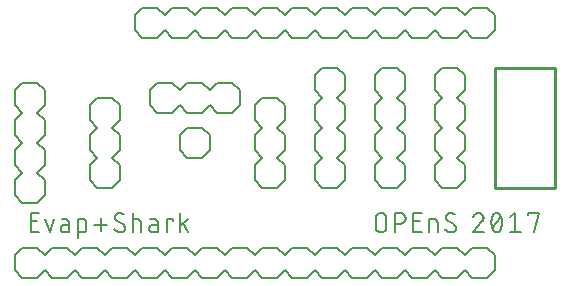
<source format=gto>
G75*
%MOIN*%
%OFA0B0*%
%FSLAX25Y25*%
%IPPOS*%
%LPD*%
%AMOC8*
5,1,8,0,0,1.08239X$1,22.5*
%
%ADD10C,0.00600*%
%ADD11C,0.00800*%
%ADD12C,0.01000*%
D10*
X0423633Y0025700D02*
X0423633Y0032100D01*
X0426478Y0032100D01*
X0428490Y0029967D02*
X0429912Y0025700D01*
X0431335Y0029967D01*
X0433945Y0029967D02*
X0435367Y0029967D01*
X0435431Y0029965D01*
X0435496Y0029959D01*
X0435559Y0029950D01*
X0435622Y0029936D01*
X0435684Y0029919D01*
X0435745Y0029898D01*
X0435805Y0029873D01*
X0435863Y0029845D01*
X0435919Y0029813D01*
X0435973Y0029778D01*
X0436025Y0029740D01*
X0436075Y0029699D01*
X0436121Y0029654D01*
X0436166Y0029608D01*
X0436207Y0029558D01*
X0436245Y0029506D01*
X0436280Y0029452D01*
X0436312Y0029396D01*
X0436340Y0029338D01*
X0436365Y0029278D01*
X0436386Y0029217D01*
X0436403Y0029155D01*
X0436417Y0029092D01*
X0436426Y0029029D01*
X0436432Y0028964D01*
X0436434Y0028900D01*
X0436434Y0025700D01*
X0434834Y0025700D01*
X0434764Y0025702D01*
X0434695Y0025708D01*
X0434626Y0025718D01*
X0434557Y0025731D01*
X0434490Y0025749D01*
X0434423Y0025770D01*
X0434358Y0025795D01*
X0434294Y0025823D01*
X0434232Y0025855D01*
X0434172Y0025891D01*
X0434114Y0025929D01*
X0434058Y0025971D01*
X0434005Y0026016D01*
X0433954Y0026064D01*
X0433906Y0026115D01*
X0433861Y0026168D01*
X0433819Y0026224D01*
X0433781Y0026282D01*
X0433745Y0026342D01*
X0433713Y0026404D01*
X0433685Y0026468D01*
X0433660Y0026533D01*
X0433639Y0026600D01*
X0433621Y0026667D01*
X0433608Y0026736D01*
X0433598Y0026805D01*
X0433592Y0026874D01*
X0433590Y0026944D01*
X0433592Y0027014D01*
X0433598Y0027083D01*
X0433608Y0027152D01*
X0433621Y0027221D01*
X0433639Y0027288D01*
X0433660Y0027355D01*
X0433685Y0027420D01*
X0433713Y0027484D01*
X0433745Y0027546D01*
X0433781Y0027606D01*
X0433819Y0027664D01*
X0433861Y0027720D01*
X0433906Y0027773D01*
X0433954Y0027824D01*
X0434005Y0027872D01*
X0434058Y0027917D01*
X0434114Y0027959D01*
X0434172Y0027997D01*
X0434232Y0028033D01*
X0434294Y0028065D01*
X0434358Y0028093D01*
X0434423Y0028118D01*
X0434490Y0028139D01*
X0434557Y0028157D01*
X0434626Y0028170D01*
X0434695Y0028180D01*
X0434764Y0028186D01*
X0434834Y0028188D01*
X0434834Y0028189D02*
X0436434Y0028189D01*
X0441169Y0029967D02*
X0441233Y0029965D01*
X0441298Y0029959D01*
X0441361Y0029950D01*
X0441424Y0029936D01*
X0441486Y0029919D01*
X0441547Y0029898D01*
X0441607Y0029873D01*
X0441665Y0029845D01*
X0441721Y0029813D01*
X0441775Y0029778D01*
X0441827Y0029740D01*
X0441877Y0029699D01*
X0441923Y0029654D01*
X0441968Y0029608D01*
X0442009Y0029558D01*
X0442047Y0029506D01*
X0442082Y0029452D01*
X0442114Y0029396D01*
X0442142Y0029338D01*
X0442167Y0029278D01*
X0442188Y0029217D01*
X0442205Y0029155D01*
X0442219Y0029092D01*
X0442228Y0029029D01*
X0442234Y0028964D01*
X0442236Y0028900D01*
X0442235Y0028900D02*
X0442235Y0026767D01*
X0442236Y0026767D02*
X0442234Y0026703D01*
X0442228Y0026638D01*
X0442219Y0026575D01*
X0442205Y0026512D01*
X0442188Y0026450D01*
X0442167Y0026389D01*
X0442142Y0026329D01*
X0442114Y0026271D01*
X0442082Y0026215D01*
X0442047Y0026161D01*
X0442009Y0026109D01*
X0441968Y0026059D01*
X0441923Y0026013D01*
X0441877Y0025968D01*
X0441827Y0025927D01*
X0441775Y0025889D01*
X0441721Y0025854D01*
X0441665Y0025822D01*
X0441607Y0025794D01*
X0441547Y0025769D01*
X0441486Y0025748D01*
X0441424Y0025731D01*
X0441361Y0025717D01*
X0441298Y0025708D01*
X0441233Y0025702D01*
X0441169Y0025700D01*
X0439391Y0025700D01*
X0446938Y0026056D02*
X0446938Y0030322D01*
X0452409Y0029433D02*
X0454364Y0028367D01*
X0453653Y0025700D02*
X0453545Y0025702D01*
X0453438Y0025708D01*
X0453330Y0025717D01*
X0453223Y0025731D01*
X0453117Y0025748D01*
X0453011Y0025769D01*
X0452906Y0025794D01*
X0452802Y0025823D01*
X0452699Y0025855D01*
X0452598Y0025891D01*
X0452498Y0025931D01*
X0452399Y0025974D01*
X0452302Y0026021D01*
X0452206Y0026071D01*
X0452113Y0026125D01*
X0452021Y0026182D01*
X0451932Y0026242D01*
X0451845Y0026305D01*
X0451760Y0026372D01*
X0451677Y0026441D01*
X0451597Y0026514D01*
X0451520Y0026589D01*
X0454364Y0028366D02*
X0454428Y0028326D01*
X0454489Y0028283D01*
X0454548Y0028237D01*
X0454605Y0028188D01*
X0454659Y0028136D01*
X0454710Y0028082D01*
X0454758Y0028024D01*
X0454804Y0027965D01*
X0454846Y0027903D01*
X0454885Y0027838D01*
X0454920Y0027772D01*
X0454952Y0027705D01*
X0454981Y0027635D01*
X0455006Y0027565D01*
X0455027Y0027493D01*
X0455044Y0027420D01*
X0455058Y0027346D01*
X0455067Y0027272D01*
X0455073Y0027197D01*
X0455075Y0027122D01*
X0455073Y0027048D01*
X0455067Y0026973D01*
X0455057Y0026900D01*
X0455044Y0026826D01*
X0455027Y0026754D01*
X0455005Y0026683D01*
X0454981Y0026612D01*
X0454952Y0026544D01*
X0454920Y0026476D01*
X0454884Y0026411D01*
X0454846Y0026348D01*
X0454803Y0026286D01*
X0454758Y0026227D01*
X0454710Y0026170D01*
X0454659Y0026116D01*
X0454605Y0026065D01*
X0454548Y0026017D01*
X0454489Y0025972D01*
X0454427Y0025929D01*
X0454364Y0025891D01*
X0454299Y0025855D01*
X0454231Y0025823D01*
X0454163Y0025794D01*
X0454092Y0025770D01*
X0454021Y0025748D01*
X0453949Y0025731D01*
X0453875Y0025718D01*
X0453802Y0025708D01*
X0453727Y0025702D01*
X0453653Y0025700D01*
X0457619Y0025700D02*
X0457619Y0032100D01*
X0452409Y0029434D02*
X0452345Y0029474D01*
X0452284Y0029517D01*
X0452225Y0029563D01*
X0452168Y0029612D01*
X0452114Y0029664D01*
X0452063Y0029718D01*
X0452015Y0029776D01*
X0451969Y0029835D01*
X0451927Y0029897D01*
X0451888Y0029962D01*
X0451853Y0030028D01*
X0451821Y0030095D01*
X0451792Y0030165D01*
X0451767Y0030235D01*
X0451746Y0030307D01*
X0451729Y0030380D01*
X0451715Y0030454D01*
X0451706Y0030528D01*
X0451700Y0030603D01*
X0451698Y0030678D01*
X0451700Y0030752D01*
X0451706Y0030827D01*
X0451716Y0030900D01*
X0451729Y0030974D01*
X0451746Y0031046D01*
X0451768Y0031117D01*
X0451792Y0031188D01*
X0451821Y0031256D01*
X0451853Y0031324D01*
X0451889Y0031389D01*
X0451927Y0031452D01*
X0451970Y0031514D01*
X0452015Y0031573D01*
X0452063Y0031630D01*
X0452114Y0031684D01*
X0452169Y0031735D01*
X0452225Y0031783D01*
X0452284Y0031828D01*
X0452346Y0031871D01*
X0452409Y0031909D01*
X0452474Y0031945D01*
X0452542Y0031977D01*
X0452610Y0032006D01*
X0452681Y0032030D01*
X0452752Y0032052D01*
X0452824Y0032069D01*
X0452898Y0032082D01*
X0452971Y0032092D01*
X0453046Y0032098D01*
X0453120Y0032100D01*
X0457619Y0029967D02*
X0459397Y0029967D01*
X0459461Y0029965D01*
X0459526Y0029959D01*
X0459589Y0029950D01*
X0459652Y0029936D01*
X0459714Y0029919D01*
X0459775Y0029898D01*
X0459835Y0029873D01*
X0459893Y0029845D01*
X0459949Y0029813D01*
X0460003Y0029778D01*
X0460055Y0029740D01*
X0460105Y0029699D01*
X0460151Y0029654D01*
X0460196Y0029608D01*
X0460237Y0029558D01*
X0460275Y0029506D01*
X0460310Y0029452D01*
X0460342Y0029396D01*
X0460370Y0029338D01*
X0460395Y0029278D01*
X0460416Y0029217D01*
X0460433Y0029155D01*
X0460447Y0029092D01*
X0460456Y0029029D01*
X0460462Y0028964D01*
X0460464Y0028900D01*
X0460464Y0025700D01*
X0464373Y0025700D02*
X0465973Y0025700D01*
X0465973Y0028900D01*
X0465973Y0028189D02*
X0464373Y0028189D01*
X0465974Y0028900D02*
X0465972Y0028964D01*
X0465966Y0029029D01*
X0465957Y0029092D01*
X0465943Y0029155D01*
X0465926Y0029217D01*
X0465905Y0029278D01*
X0465880Y0029338D01*
X0465852Y0029396D01*
X0465820Y0029452D01*
X0465785Y0029506D01*
X0465747Y0029558D01*
X0465706Y0029608D01*
X0465661Y0029654D01*
X0465615Y0029699D01*
X0465565Y0029740D01*
X0465513Y0029778D01*
X0465459Y0029813D01*
X0465403Y0029845D01*
X0465345Y0029873D01*
X0465285Y0029898D01*
X0465224Y0029919D01*
X0465162Y0029936D01*
X0465099Y0029950D01*
X0465036Y0029959D01*
X0464971Y0029965D01*
X0464907Y0029967D01*
X0463484Y0029967D01*
X0468935Y0029967D02*
X0471068Y0029967D01*
X0471068Y0029256D01*
X0468935Y0029967D02*
X0468935Y0025700D01*
X0473276Y0025700D02*
X0473276Y0032100D01*
X0476120Y0029967D02*
X0473276Y0027833D01*
X0474520Y0028722D02*
X0476120Y0025700D01*
X0464373Y0025700D02*
X0464303Y0025702D01*
X0464234Y0025708D01*
X0464165Y0025718D01*
X0464096Y0025731D01*
X0464029Y0025749D01*
X0463962Y0025770D01*
X0463897Y0025795D01*
X0463833Y0025823D01*
X0463771Y0025855D01*
X0463711Y0025891D01*
X0463653Y0025929D01*
X0463597Y0025971D01*
X0463544Y0026016D01*
X0463493Y0026064D01*
X0463445Y0026115D01*
X0463400Y0026168D01*
X0463358Y0026224D01*
X0463320Y0026282D01*
X0463284Y0026342D01*
X0463252Y0026404D01*
X0463224Y0026468D01*
X0463199Y0026533D01*
X0463178Y0026600D01*
X0463160Y0026667D01*
X0463147Y0026736D01*
X0463137Y0026805D01*
X0463131Y0026874D01*
X0463129Y0026944D01*
X0463131Y0027014D01*
X0463137Y0027083D01*
X0463147Y0027152D01*
X0463160Y0027221D01*
X0463178Y0027288D01*
X0463199Y0027355D01*
X0463224Y0027420D01*
X0463252Y0027484D01*
X0463284Y0027546D01*
X0463320Y0027606D01*
X0463358Y0027664D01*
X0463400Y0027720D01*
X0463445Y0027773D01*
X0463493Y0027824D01*
X0463544Y0027872D01*
X0463597Y0027917D01*
X0463653Y0027959D01*
X0463711Y0027997D01*
X0463771Y0028033D01*
X0463833Y0028065D01*
X0463897Y0028093D01*
X0463962Y0028118D01*
X0464029Y0028139D01*
X0464096Y0028157D01*
X0464165Y0028170D01*
X0464234Y0028180D01*
X0464303Y0028186D01*
X0464373Y0028188D01*
X0454720Y0031567D02*
X0454638Y0031626D01*
X0454554Y0031682D01*
X0454468Y0031734D01*
X0454380Y0031784D01*
X0454290Y0031830D01*
X0454199Y0031872D01*
X0454106Y0031911D01*
X0454011Y0031947D01*
X0453915Y0031979D01*
X0453818Y0032007D01*
X0453721Y0032032D01*
X0453622Y0032052D01*
X0453522Y0032069D01*
X0453422Y0032083D01*
X0453322Y0032092D01*
X0453221Y0032098D01*
X0453120Y0032100D01*
X0441169Y0029967D02*
X0439391Y0029967D01*
X0439391Y0023567D01*
X0426478Y0025700D02*
X0423633Y0025700D01*
X0423633Y0029256D02*
X0425767Y0029256D01*
X0444805Y0028189D02*
X0449072Y0028189D01*
X0538633Y0027478D02*
X0538633Y0030322D01*
X0538635Y0030405D01*
X0538641Y0030488D01*
X0538651Y0030571D01*
X0538664Y0030654D01*
X0538682Y0030735D01*
X0538703Y0030816D01*
X0538728Y0030895D01*
X0538757Y0030973D01*
X0538789Y0031050D01*
X0538825Y0031125D01*
X0538864Y0031199D01*
X0538907Y0031270D01*
X0538953Y0031340D01*
X0539003Y0031407D01*
X0539055Y0031472D01*
X0539110Y0031534D01*
X0539169Y0031594D01*
X0539230Y0031651D01*
X0539293Y0031705D01*
X0539359Y0031756D01*
X0539428Y0031803D01*
X0539498Y0031848D01*
X0539571Y0031889D01*
X0539645Y0031926D01*
X0539721Y0031961D01*
X0539799Y0031991D01*
X0539877Y0032018D01*
X0539958Y0032041D01*
X0540039Y0032061D01*
X0540121Y0032076D01*
X0540203Y0032088D01*
X0540286Y0032096D01*
X0540369Y0032100D01*
X0540453Y0032100D01*
X0540536Y0032096D01*
X0540619Y0032088D01*
X0540701Y0032076D01*
X0540783Y0032061D01*
X0540864Y0032041D01*
X0540945Y0032018D01*
X0541023Y0031991D01*
X0541101Y0031961D01*
X0541177Y0031926D01*
X0541251Y0031889D01*
X0541324Y0031848D01*
X0541394Y0031803D01*
X0541463Y0031756D01*
X0541529Y0031705D01*
X0541592Y0031651D01*
X0541653Y0031594D01*
X0541712Y0031534D01*
X0541767Y0031472D01*
X0541819Y0031407D01*
X0541869Y0031340D01*
X0541915Y0031270D01*
X0541958Y0031199D01*
X0541997Y0031125D01*
X0542033Y0031050D01*
X0542065Y0030973D01*
X0542094Y0030895D01*
X0542119Y0030816D01*
X0542140Y0030735D01*
X0542158Y0030654D01*
X0542171Y0030571D01*
X0542181Y0030488D01*
X0542187Y0030405D01*
X0542189Y0030322D01*
X0542189Y0027478D01*
X0542187Y0027395D01*
X0542181Y0027312D01*
X0542171Y0027229D01*
X0542158Y0027146D01*
X0542140Y0027065D01*
X0542119Y0026984D01*
X0542094Y0026905D01*
X0542065Y0026827D01*
X0542033Y0026750D01*
X0541997Y0026675D01*
X0541958Y0026601D01*
X0541915Y0026530D01*
X0541869Y0026460D01*
X0541819Y0026393D01*
X0541767Y0026328D01*
X0541712Y0026266D01*
X0541653Y0026206D01*
X0541592Y0026149D01*
X0541529Y0026095D01*
X0541463Y0026044D01*
X0541394Y0025997D01*
X0541324Y0025952D01*
X0541251Y0025911D01*
X0541177Y0025874D01*
X0541101Y0025839D01*
X0541023Y0025809D01*
X0540945Y0025782D01*
X0540864Y0025759D01*
X0540783Y0025739D01*
X0540701Y0025724D01*
X0540619Y0025712D01*
X0540536Y0025704D01*
X0540453Y0025700D01*
X0540369Y0025700D01*
X0540286Y0025704D01*
X0540203Y0025712D01*
X0540121Y0025724D01*
X0540039Y0025739D01*
X0539958Y0025759D01*
X0539877Y0025782D01*
X0539799Y0025809D01*
X0539721Y0025839D01*
X0539645Y0025874D01*
X0539571Y0025911D01*
X0539498Y0025952D01*
X0539428Y0025997D01*
X0539359Y0026044D01*
X0539293Y0026095D01*
X0539230Y0026149D01*
X0539169Y0026206D01*
X0539110Y0026266D01*
X0539055Y0026328D01*
X0539003Y0026393D01*
X0538953Y0026460D01*
X0538907Y0026530D01*
X0538864Y0026601D01*
X0538825Y0026675D01*
X0538789Y0026750D01*
X0538757Y0026827D01*
X0538728Y0026905D01*
X0538703Y0026984D01*
X0538682Y0027065D01*
X0538664Y0027146D01*
X0538651Y0027229D01*
X0538641Y0027312D01*
X0538635Y0027395D01*
X0538633Y0027478D01*
X0545076Y0025700D02*
X0545076Y0032100D01*
X0546853Y0032100D01*
X0551158Y0032100D02*
X0554003Y0032100D01*
X0551158Y0032100D02*
X0551158Y0025700D01*
X0554003Y0025700D01*
X0556425Y0025700D02*
X0556425Y0029967D01*
X0558203Y0029967D01*
X0558267Y0029965D01*
X0558332Y0029959D01*
X0558395Y0029950D01*
X0558458Y0029936D01*
X0558520Y0029919D01*
X0558581Y0029898D01*
X0558641Y0029873D01*
X0558699Y0029845D01*
X0558755Y0029813D01*
X0558809Y0029778D01*
X0558861Y0029740D01*
X0558911Y0029699D01*
X0558957Y0029654D01*
X0559002Y0029608D01*
X0559043Y0029558D01*
X0559081Y0029506D01*
X0559116Y0029452D01*
X0559148Y0029396D01*
X0559176Y0029338D01*
X0559201Y0029278D01*
X0559222Y0029217D01*
X0559239Y0029155D01*
X0559253Y0029092D01*
X0559262Y0029029D01*
X0559268Y0028964D01*
X0559270Y0028900D01*
X0559270Y0025700D01*
X0564658Y0028366D02*
X0564722Y0028326D01*
X0564783Y0028283D01*
X0564842Y0028237D01*
X0564899Y0028188D01*
X0564953Y0028136D01*
X0565004Y0028082D01*
X0565052Y0028024D01*
X0565098Y0027965D01*
X0565140Y0027903D01*
X0565179Y0027838D01*
X0565214Y0027772D01*
X0565246Y0027705D01*
X0565275Y0027635D01*
X0565300Y0027565D01*
X0565321Y0027493D01*
X0565338Y0027420D01*
X0565352Y0027346D01*
X0565361Y0027272D01*
X0565367Y0027197D01*
X0565369Y0027122D01*
X0565367Y0027048D01*
X0565361Y0026973D01*
X0565351Y0026900D01*
X0565338Y0026826D01*
X0565321Y0026754D01*
X0565299Y0026683D01*
X0565275Y0026612D01*
X0565246Y0026544D01*
X0565214Y0026476D01*
X0565178Y0026411D01*
X0565140Y0026348D01*
X0565097Y0026286D01*
X0565052Y0026227D01*
X0565004Y0026170D01*
X0564953Y0026116D01*
X0564899Y0026065D01*
X0564842Y0026017D01*
X0564783Y0025972D01*
X0564721Y0025929D01*
X0564658Y0025891D01*
X0564593Y0025855D01*
X0564525Y0025823D01*
X0564457Y0025794D01*
X0564386Y0025770D01*
X0564315Y0025748D01*
X0564243Y0025731D01*
X0564169Y0025718D01*
X0564096Y0025708D01*
X0564021Y0025702D01*
X0563947Y0025700D01*
X0571045Y0025700D02*
X0574600Y0025700D01*
X0577554Y0027122D02*
X0580399Y0030678D01*
X0580221Y0031211D02*
X0580196Y0031277D01*
X0580168Y0031342D01*
X0580136Y0031406D01*
X0580101Y0031467D01*
X0580062Y0031527D01*
X0580021Y0031585D01*
X0579976Y0031640D01*
X0579928Y0031692D01*
X0579878Y0031742D01*
X0579825Y0031790D01*
X0579770Y0031834D01*
X0579712Y0031875D01*
X0579652Y0031913D01*
X0579590Y0031948D01*
X0579526Y0031979D01*
X0579461Y0032007D01*
X0579394Y0032032D01*
X0579327Y0032052D01*
X0579258Y0032069D01*
X0579188Y0032083D01*
X0579118Y0032092D01*
X0579047Y0032098D01*
X0578976Y0032100D01*
X0578905Y0032098D01*
X0578834Y0032092D01*
X0578764Y0032083D01*
X0578694Y0032069D01*
X0578625Y0032052D01*
X0578558Y0032032D01*
X0578491Y0032007D01*
X0578426Y0031979D01*
X0578362Y0031948D01*
X0578300Y0031913D01*
X0578240Y0031875D01*
X0578182Y0031834D01*
X0578127Y0031790D01*
X0578074Y0031742D01*
X0578024Y0031692D01*
X0577976Y0031640D01*
X0577931Y0031585D01*
X0577890Y0031527D01*
X0577851Y0031467D01*
X0577816Y0031406D01*
X0577784Y0031342D01*
X0577756Y0031277D01*
X0577731Y0031211D01*
X0574600Y0030500D02*
X0574598Y0030579D01*
X0574592Y0030657D01*
X0574583Y0030735D01*
X0574569Y0030812D01*
X0574552Y0030889D01*
X0574531Y0030964D01*
X0574506Y0031039D01*
X0574478Y0031112D01*
X0574446Y0031184D01*
X0574411Y0031254D01*
X0574372Y0031323D01*
X0574330Y0031389D01*
X0574285Y0031453D01*
X0574237Y0031515D01*
X0574186Y0031574D01*
X0574131Y0031631D01*
X0574074Y0031686D01*
X0574015Y0031737D01*
X0573953Y0031785D01*
X0573889Y0031830D01*
X0573823Y0031872D01*
X0573754Y0031911D01*
X0573684Y0031946D01*
X0573612Y0031978D01*
X0573539Y0032006D01*
X0573464Y0032031D01*
X0573389Y0032052D01*
X0573312Y0032069D01*
X0573235Y0032083D01*
X0573157Y0032092D01*
X0573079Y0032098D01*
X0573000Y0032100D01*
X0562703Y0029434D02*
X0562639Y0029474D01*
X0562578Y0029517D01*
X0562519Y0029563D01*
X0562462Y0029612D01*
X0562408Y0029664D01*
X0562357Y0029718D01*
X0562309Y0029776D01*
X0562263Y0029835D01*
X0562221Y0029897D01*
X0562182Y0029962D01*
X0562147Y0030028D01*
X0562115Y0030095D01*
X0562086Y0030165D01*
X0562061Y0030235D01*
X0562040Y0030307D01*
X0562023Y0030380D01*
X0562009Y0030454D01*
X0562000Y0030528D01*
X0561994Y0030603D01*
X0561992Y0030678D01*
X0561991Y0030678D02*
X0561993Y0030752D01*
X0561999Y0030827D01*
X0562009Y0030900D01*
X0562022Y0030974D01*
X0562039Y0031046D01*
X0562061Y0031117D01*
X0562085Y0031188D01*
X0562114Y0031256D01*
X0562146Y0031324D01*
X0562182Y0031389D01*
X0562220Y0031452D01*
X0562263Y0031514D01*
X0562308Y0031573D01*
X0562356Y0031630D01*
X0562407Y0031684D01*
X0562462Y0031735D01*
X0562518Y0031783D01*
X0562577Y0031828D01*
X0562639Y0031871D01*
X0562702Y0031909D01*
X0562767Y0031945D01*
X0562835Y0031977D01*
X0562903Y0032006D01*
X0562974Y0032030D01*
X0563045Y0032052D01*
X0563117Y0032069D01*
X0563191Y0032082D01*
X0563264Y0032092D01*
X0563339Y0032098D01*
X0563413Y0032100D01*
X0574068Y0029255D02*
X0574125Y0029313D01*
X0574181Y0029374D01*
X0574233Y0029437D01*
X0574282Y0029502D01*
X0574328Y0029570D01*
X0574370Y0029640D01*
X0574410Y0029712D01*
X0574445Y0029785D01*
X0574478Y0029861D01*
X0574506Y0029937D01*
X0574531Y0030015D01*
X0574552Y0030094D01*
X0574570Y0030174D01*
X0574583Y0030255D01*
X0574593Y0030336D01*
X0574599Y0030418D01*
X0574601Y0030500D01*
X0574067Y0029256D02*
X0571045Y0025700D01*
X0578976Y0025700D02*
X0579047Y0025702D01*
X0579118Y0025708D01*
X0579188Y0025717D01*
X0579258Y0025731D01*
X0579327Y0025748D01*
X0579394Y0025768D01*
X0579461Y0025793D01*
X0579526Y0025821D01*
X0579590Y0025852D01*
X0579652Y0025887D01*
X0579712Y0025925D01*
X0579769Y0025966D01*
X0579825Y0026010D01*
X0579878Y0026058D01*
X0579928Y0026108D01*
X0579976Y0026160D01*
X0580021Y0026215D01*
X0580062Y0026273D01*
X0580101Y0026333D01*
X0580136Y0026394D01*
X0580168Y0026458D01*
X0580196Y0026523D01*
X0580221Y0026589D01*
X0578976Y0025700D02*
X0578905Y0025702D01*
X0578834Y0025708D01*
X0578764Y0025717D01*
X0578694Y0025731D01*
X0578625Y0025748D01*
X0578558Y0025768D01*
X0578491Y0025793D01*
X0578426Y0025821D01*
X0578362Y0025852D01*
X0578300Y0025887D01*
X0578240Y0025925D01*
X0578182Y0025966D01*
X0578127Y0026010D01*
X0578074Y0026058D01*
X0578024Y0026108D01*
X0577976Y0026160D01*
X0577931Y0026215D01*
X0577890Y0026273D01*
X0577851Y0026333D01*
X0577816Y0026394D01*
X0577784Y0026458D01*
X0577756Y0026523D01*
X0577731Y0026589D01*
X0583353Y0025700D02*
X0586908Y0025700D01*
X0585130Y0025700D02*
X0585130Y0032100D01*
X0583353Y0030678D01*
X0589507Y0031389D02*
X0589507Y0032100D01*
X0593062Y0032100D01*
X0591284Y0025700D01*
X0577732Y0026589D02*
X0577672Y0026716D01*
X0577616Y0026845D01*
X0577563Y0026975D01*
X0577513Y0027107D01*
X0577467Y0027240D01*
X0577425Y0027374D01*
X0577386Y0027509D01*
X0577350Y0027646D01*
X0577319Y0027783D01*
X0577291Y0027921D01*
X0577266Y0028059D01*
X0577246Y0028198D01*
X0577229Y0028338D01*
X0577216Y0028478D01*
X0577207Y0028619D01*
X0577201Y0028759D01*
X0577199Y0028900D01*
X0580754Y0028900D02*
X0580752Y0029041D01*
X0580746Y0029181D01*
X0580737Y0029322D01*
X0580724Y0029462D01*
X0580707Y0029602D01*
X0580687Y0029741D01*
X0580662Y0029879D01*
X0580634Y0030017D01*
X0580603Y0030154D01*
X0580567Y0030291D01*
X0580528Y0030426D01*
X0580486Y0030560D01*
X0580440Y0030693D01*
X0580390Y0030825D01*
X0580337Y0030955D01*
X0580281Y0031084D01*
X0580221Y0031211D01*
X0577732Y0031211D02*
X0577672Y0031084D01*
X0577616Y0030955D01*
X0577563Y0030825D01*
X0577513Y0030693D01*
X0577467Y0030560D01*
X0577425Y0030426D01*
X0577386Y0030291D01*
X0577350Y0030154D01*
X0577319Y0030017D01*
X0577291Y0029879D01*
X0577266Y0029741D01*
X0577246Y0029602D01*
X0577229Y0029462D01*
X0577216Y0029322D01*
X0577207Y0029181D01*
X0577201Y0029041D01*
X0577199Y0028900D01*
X0580754Y0028900D02*
X0580752Y0028759D01*
X0580746Y0028619D01*
X0580737Y0028478D01*
X0580724Y0028338D01*
X0580707Y0028198D01*
X0580687Y0028059D01*
X0580662Y0027921D01*
X0580634Y0027783D01*
X0580603Y0027646D01*
X0580567Y0027509D01*
X0580528Y0027374D01*
X0580486Y0027240D01*
X0580440Y0027107D01*
X0580390Y0026975D01*
X0580337Y0026845D01*
X0580281Y0026716D01*
X0580221Y0026589D01*
X0573000Y0032100D02*
X0572911Y0032098D01*
X0572822Y0032092D01*
X0572733Y0032083D01*
X0572645Y0032069D01*
X0572558Y0032052D01*
X0572471Y0032031D01*
X0572385Y0032006D01*
X0572301Y0031978D01*
X0572218Y0031945D01*
X0572136Y0031910D01*
X0572056Y0031870D01*
X0571978Y0031828D01*
X0571901Y0031782D01*
X0571827Y0031733D01*
X0571755Y0031680D01*
X0571685Y0031625D01*
X0571618Y0031566D01*
X0571553Y0031505D01*
X0571491Y0031441D01*
X0571432Y0031374D01*
X0571376Y0031305D01*
X0571323Y0031233D01*
X0571273Y0031159D01*
X0571226Y0031083D01*
X0571183Y0031006D01*
X0571143Y0030926D01*
X0571106Y0030845D01*
X0571073Y0030762D01*
X0571044Y0030677D01*
X0564658Y0028367D02*
X0562702Y0029433D01*
X0563413Y0032100D02*
X0563514Y0032098D01*
X0563615Y0032092D01*
X0563715Y0032083D01*
X0563815Y0032069D01*
X0563915Y0032052D01*
X0564014Y0032032D01*
X0564111Y0032007D01*
X0564208Y0031979D01*
X0564304Y0031947D01*
X0564399Y0031911D01*
X0564492Y0031872D01*
X0564583Y0031830D01*
X0564673Y0031784D01*
X0564761Y0031734D01*
X0564847Y0031682D01*
X0564931Y0031626D01*
X0565013Y0031567D01*
X0561814Y0026589D02*
X0561891Y0026514D01*
X0561971Y0026441D01*
X0562054Y0026372D01*
X0562139Y0026305D01*
X0562226Y0026242D01*
X0562315Y0026182D01*
X0562407Y0026125D01*
X0562500Y0026071D01*
X0562596Y0026021D01*
X0562693Y0025974D01*
X0562792Y0025931D01*
X0562892Y0025891D01*
X0562993Y0025855D01*
X0563096Y0025823D01*
X0563200Y0025794D01*
X0563305Y0025769D01*
X0563411Y0025748D01*
X0563517Y0025731D01*
X0563624Y0025717D01*
X0563732Y0025708D01*
X0563839Y0025702D01*
X0563947Y0025700D01*
X0553292Y0029256D02*
X0551158Y0029256D01*
X0546853Y0028544D02*
X0545076Y0028544D01*
X0546853Y0028544D02*
X0546936Y0028546D01*
X0547019Y0028552D01*
X0547102Y0028562D01*
X0547185Y0028575D01*
X0547266Y0028593D01*
X0547347Y0028614D01*
X0547426Y0028639D01*
X0547504Y0028668D01*
X0547581Y0028700D01*
X0547656Y0028736D01*
X0547730Y0028775D01*
X0547801Y0028818D01*
X0547871Y0028864D01*
X0547938Y0028914D01*
X0548003Y0028966D01*
X0548065Y0029021D01*
X0548125Y0029080D01*
X0548182Y0029141D01*
X0548236Y0029204D01*
X0548287Y0029270D01*
X0548334Y0029339D01*
X0548379Y0029409D01*
X0548420Y0029482D01*
X0548457Y0029556D01*
X0548492Y0029632D01*
X0548522Y0029710D01*
X0548549Y0029788D01*
X0548572Y0029869D01*
X0548592Y0029950D01*
X0548607Y0030032D01*
X0548619Y0030114D01*
X0548627Y0030197D01*
X0548631Y0030280D01*
X0548631Y0030364D01*
X0548627Y0030447D01*
X0548619Y0030530D01*
X0548607Y0030612D01*
X0548592Y0030694D01*
X0548572Y0030775D01*
X0548549Y0030856D01*
X0548522Y0030934D01*
X0548492Y0031012D01*
X0548457Y0031088D01*
X0548420Y0031162D01*
X0548379Y0031235D01*
X0548334Y0031305D01*
X0548287Y0031374D01*
X0548236Y0031440D01*
X0548182Y0031503D01*
X0548125Y0031564D01*
X0548065Y0031623D01*
X0548003Y0031678D01*
X0547938Y0031730D01*
X0547871Y0031780D01*
X0547801Y0031826D01*
X0547730Y0031869D01*
X0547656Y0031908D01*
X0547581Y0031944D01*
X0547504Y0031976D01*
X0547426Y0032005D01*
X0547347Y0032030D01*
X0547266Y0032051D01*
X0547185Y0032069D01*
X0547102Y0032082D01*
X0547019Y0032092D01*
X0546936Y0032098D01*
X0546853Y0032100D01*
D11*
X0418333Y0017900D02*
X0418333Y0012900D01*
X0420833Y0010400D01*
X0425833Y0010400D01*
X0428333Y0012900D01*
X0430833Y0010400D01*
X0435833Y0010400D01*
X0438333Y0012900D01*
X0440833Y0010400D01*
X0445833Y0010400D01*
X0448333Y0012900D01*
X0450833Y0010400D01*
X0455833Y0010400D01*
X0458333Y0012900D01*
X0460833Y0010400D01*
X0465833Y0010400D01*
X0468333Y0012900D01*
X0470833Y0010400D01*
X0475833Y0010400D01*
X0478333Y0012900D01*
X0480833Y0010400D01*
X0485833Y0010400D01*
X0488333Y0012900D01*
X0490833Y0010400D01*
X0495833Y0010400D01*
X0498333Y0012900D01*
X0500833Y0010400D01*
X0505833Y0010400D01*
X0508333Y0012900D01*
X0510833Y0010400D01*
X0515833Y0010400D01*
X0518333Y0012900D01*
X0520833Y0010400D01*
X0525833Y0010400D01*
X0528333Y0012900D01*
X0530833Y0010400D01*
X0535833Y0010400D01*
X0538333Y0012900D01*
X0540833Y0010400D01*
X0545833Y0010400D01*
X0548333Y0012900D01*
X0550833Y0010400D01*
X0555833Y0010400D01*
X0558333Y0012900D01*
X0560833Y0010400D01*
X0565833Y0010400D01*
X0568333Y0012900D01*
X0570833Y0010400D01*
X0575833Y0010400D01*
X0578333Y0012900D01*
X0578333Y0017900D01*
X0575833Y0020400D01*
X0570833Y0020400D01*
X0568333Y0017900D01*
X0565833Y0020400D01*
X0560833Y0020400D01*
X0558333Y0017900D01*
X0555833Y0020400D01*
X0550833Y0020400D01*
X0548333Y0017900D01*
X0545833Y0020400D01*
X0540833Y0020400D01*
X0538333Y0017900D01*
X0535833Y0020400D01*
X0530833Y0020400D01*
X0528333Y0017900D01*
X0525833Y0020400D01*
X0520833Y0020400D01*
X0518333Y0017900D01*
X0515833Y0020400D01*
X0510833Y0020400D01*
X0508333Y0017900D01*
X0505833Y0020400D01*
X0500833Y0020400D01*
X0498333Y0017900D01*
X0495833Y0020400D01*
X0490833Y0020400D01*
X0488333Y0017900D01*
X0485833Y0020400D01*
X0480833Y0020400D01*
X0478333Y0017900D01*
X0475833Y0020400D01*
X0470833Y0020400D01*
X0468333Y0017900D01*
X0465833Y0020400D01*
X0460833Y0020400D01*
X0458333Y0017900D01*
X0455833Y0020400D01*
X0450833Y0020400D01*
X0448333Y0017900D01*
X0445833Y0020400D01*
X0440833Y0020400D01*
X0438333Y0017900D01*
X0435833Y0020400D01*
X0430833Y0020400D01*
X0428333Y0017900D01*
X0425833Y0020400D01*
X0420833Y0020400D01*
X0418333Y0017900D01*
X0418333Y0012900D01*
X0420833Y0035400D02*
X0425833Y0035400D01*
X0428333Y0037900D01*
X0428333Y0042900D01*
X0425833Y0045400D01*
X0428333Y0047900D01*
X0428333Y0052900D01*
X0425833Y0055400D01*
X0428333Y0057900D01*
X0428333Y0062900D01*
X0425833Y0065400D01*
X0428333Y0067900D01*
X0428333Y0072900D01*
X0425833Y0075400D01*
X0420833Y0075400D01*
X0418333Y0072900D01*
X0418333Y0067900D01*
X0420833Y0065400D01*
X0418333Y0062900D01*
X0418333Y0057900D01*
X0420833Y0055400D01*
X0418333Y0052900D01*
X0418333Y0047900D01*
X0420833Y0045400D01*
X0418333Y0042900D01*
X0418333Y0037900D01*
X0420833Y0035400D01*
X0443333Y0042900D02*
X0445833Y0040400D01*
X0450833Y0040400D01*
X0453333Y0042900D01*
X0453333Y0047900D01*
X0450833Y0050400D01*
X0453333Y0052900D01*
X0453333Y0057900D01*
X0450833Y0060400D01*
X0453333Y0062900D01*
X0453333Y0067900D01*
X0450833Y0070400D01*
X0445833Y0070400D01*
X0443333Y0067900D01*
X0443333Y0062900D01*
X0445833Y0060400D01*
X0443333Y0057900D01*
X0443333Y0052900D01*
X0445833Y0050400D01*
X0443333Y0047900D01*
X0443333Y0042900D01*
X0473333Y0052900D02*
X0475833Y0050400D01*
X0480833Y0050400D01*
X0483333Y0052900D01*
X0483333Y0057900D01*
X0480833Y0060400D01*
X0475833Y0060400D01*
X0473333Y0057900D01*
X0473333Y0052900D01*
X0498333Y0052900D02*
X0498333Y0057900D01*
X0500833Y0060400D01*
X0498333Y0062900D01*
X0498333Y0067900D01*
X0500833Y0070400D01*
X0505833Y0070400D01*
X0508333Y0067900D01*
X0508333Y0062900D01*
X0505833Y0060400D01*
X0508333Y0057900D01*
X0508333Y0052900D01*
X0505833Y0050400D01*
X0508333Y0047900D01*
X0508333Y0042900D01*
X0505833Y0040400D01*
X0500833Y0040400D01*
X0498333Y0042900D01*
X0498333Y0047900D01*
X0500833Y0050400D01*
X0498333Y0052900D01*
X0518333Y0052900D02*
X0520833Y0050400D01*
X0518333Y0047900D01*
X0518333Y0042900D01*
X0520833Y0040400D01*
X0525833Y0040400D01*
X0528333Y0042900D01*
X0528333Y0047900D01*
X0525833Y0050400D01*
X0528333Y0052900D01*
X0528333Y0057900D01*
X0525833Y0060400D01*
X0528333Y0062900D01*
X0528333Y0067900D01*
X0525833Y0070400D01*
X0528333Y0072900D01*
X0528333Y0077900D01*
X0525833Y0080400D01*
X0520833Y0080400D01*
X0518333Y0077900D01*
X0518333Y0072900D01*
X0520833Y0070400D01*
X0518333Y0067900D01*
X0518333Y0062900D01*
X0520833Y0060400D01*
X0518333Y0057900D01*
X0518333Y0052900D01*
X0538333Y0052900D02*
X0540833Y0050400D01*
X0538333Y0047900D01*
X0538333Y0042900D01*
X0540833Y0040400D01*
X0545833Y0040400D01*
X0548333Y0042900D01*
X0548333Y0047900D01*
X0545833Y0050400D01*
X0548333Y0052900D01*
X0548333Y0057900D01*
X0545833Y0060400D01*
X0548333Y0062900D01*
X0548333Y0067900D01*
X0545833Y0070400D01*
X0548333Y0072900D01*
X0548333Y0077900D01*
X0545833Y0080400D01*
X0540833Y0080400D01*
X0538333Y0077900D01*
X0538333Y0072900D01*
X0540833Y0070400D01*
X0538333Y0067900D01*
X0538333Y0062900D01*
X0540833Y0060400D01*
X0538333Y0057900D01*
X0538333Y0052900D01*
X0558333Y0052900D02*
X0560833Y0050400D01*
X0558333Y0047900D01*
X0558333Y0042900D01*
X0560833Y0040400D01*
X0565833Y0040400D01*
X0568333Y0042900D01*
X0568333Y0047900D01*
X0565833Y0050400D01*
X0568333Y0052900D01*
X0568333Y0057900D01*
X0565833Y0060400D01*
X0568333Y0062900D01*
X0568333Y0067900D01*
X0565833Y0070400D01*
X0568333Y0072900D01*
X0568333Y0077900D01*
X0565833Y0080400D01*
X0560833Y0080400D01*
X0558333Y0077900D01*
X0558333Y0072900D01*
X0560833Y0070400D01*
X0558333Y0067900D01*
X0558333Y0062900D01*
X0560833Y0060400D01*
X0558333Y0057900D01*
X0558333Y0052900D01*
X0493333Y0067900D02*
X0490833Y0065400D01*
X0485833Y0065400D01*
X0483333Y0067900D01*
X0480833Y0065400D01*
X0475833Y0065400D01*
X0473333Y0067900D01*
X0470833Y0065400D01*
X0465833Y0065400D01*
X0463333Y0067900D01*
X0463333Y0072900D01*
X0465833Y0075400D01*
X0470833Y0075400D01*
X0473333Y0072900D01*
X0475833Y0075400D01*
X0480833Y0075400D01*
X0483333Y0072900D01*
X0485833Y0075400D01*
X0490833Y0075400D01*
X0493333Y0072900D01*
X0493333Y0067900D01*
X0490833Y0090400D02*
X0488333Y0092900D01*
X0485833Y0090400D01*
X0480833Y0090400D01*
X0478333Y0092900D01*
X0475833Y0090400D01*
X0470833Y0090400D01*
X0468333Y0092900D01*
X0465833Y0090400D01*
X0460833Y0090400D01*
X0458333Y0092900D01*
X0458333Y0097900D01*
X0460833Y0100400D01*
X0465833Y0100400D01*
X0468333Y0097900D01*
X0470833Y0100400D01*
X0475833Y0100400D01*
X0478333Y0097900D01*
X0480833Y0100400D01*
X0485833Y0100400D01*
X0488333Y0097900D01*
X0490833Y0100400D01*
X0495833Y0100400D01*
X0498333Y0097900D01*
X0500833Y0100400D01*
X0505833Y0100400D01*
X0508333Y0097900D01*
X0510833Y0100400D01*
X0515833Y0100400D01*
X0518333Y0097900D01*
X0520833Y0100400D01*
X0525833Y0100400D01*
X0528333Y0097900D01*
X0530833Y0100400D01*
X0535833Y0100400D01*
X0538333Y0097900D01*
X0540833Y0100400D01*
X0545833Y0100400D01*
X0548333Y0097900D01*
X0550833Y0100400D01*
X0555833Y0100400D01*
X0558333Y0097900D01*
X0560833Y0100400D01*
X0565833Y0100400D01*
X0568333Y0097900D01*
X0570833Y0100400D01*
X0575833Y0100400D01*
X0578333Y0097900D01*
X0578333Y0092900D01*
X0575833Y0090400D01*
X0570833Y0090400D01*
X0568333Y0092900D01*
X0565833Y0090400D01*
X0560833Y0090400D01*
X0558333Y0092900D01*
X0555833Y0090400D01*
X0550833Y0090400D01*
X0548333Y0092900D01*
X0545833Y0090400D01*
X0540833Y0090400D01*
X0538333Y0092900D01*
X0535833Y0090400D01*
X0530833Y0090400D01*
X0528333Y0092900D01*
X0525833Y0090400D01*
X0520833Y0090400D01*
X0518333Y0092900D01*
X0515833Y0090400D01*
X0510833Y0090400D01*
X0508333Y0092900D01*
X0505833Y0090400D01*
X0500833Y0090400D01*
X0498333Y0092900D01*
X0495833Y0090400D01*
X0490833Y0090400D01*
X0578333Y0017900D02*
X0578333Y0012900D01*
D12*
X0578333Y0040400D02*
X0598333Y0040400D01*
X0598333Y0045400D01*
X0598333Y0052900D01*
X0598333Y0057900D01*
X0598333Y0062900D01*
X0598333Y0067900D01*
X0598333Y0072900D01*
X0598333Y0080400D01*
X0578333Y0080400D01*
X0578333Y0040400D01*
M02*

</source>
